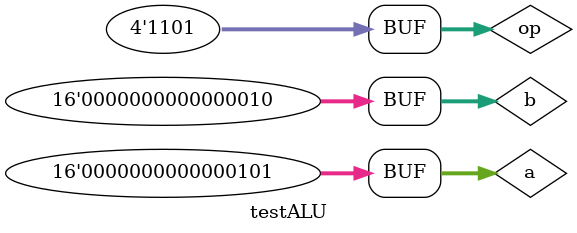
<source format=v>

module ALU (op,a,b,result,zero);
   input [15:0] a;
   input [15:0] b;
   input [3:0] op;
   output [15:0] result;
   output zero;
   //module ALU1 (a,b,ainvert,binvert,op,less,carryin,carryout,result);
   ALU1   alu0 (a[0],b[0],op[3],op[2],op[1:0],set, op[2],c1,result[0]);
   ALU1   alu1 (a[1],b[1],op[3],op[2],op[1:0],1'b0,c1,   c2,result[1]);
   ALU1   alu2 (a[2],b[2],op[3],op[2],op[1:0],1'b0,c2,   c3,result[2]);
   ALU1   alu3 (a[3],b[3],op[3],op[2],op[1:0],1'b0,c3,   c4,result[3]);
   ALU1   alu4 (a[4],b[4],op[3],op[2],op[1:0],1'b0,c4,   c5,result[4]);
   ALU1   alu5 (a[5],b[5],op[3],op[2],op[1:0],1'b0,c5,   c6,result[5]);
   ALU1   alu6 (a[6],b[6],op[3],op[2],op[1:0],1'b0,c6,   c7,result[6]);
   ALU1   alu7 (a[7],b[7],op[3],op[2],op[1:0],1'b0,c7,   c8,result[7]);
   ALU1   alu8 (a[8],b[8],op[3],op[2],op[1:0],1'b0,c8,   c9,result[8]);
   ALU1   alu9 (a[9],b[9],op[3],op[2],op[1:0],1'b0,c9,   c10,result[9]);
   ALU1   alu10 (a[10],b[10],op[3],op[2],op[1:0],1'b0,c10,   c11,result[10]);
   ALU1   alu11 (a[11],b[11],op[3],op[2],op[1:0],1'b0,c11,   c12,result[11]);
   ALU1   alu12 (a[12],b[12],op[3],op[2],op[1:0],1'b0,c12,   c13,result[12]);
   ALU1   alu13 (a[13],b[13],op[3],op[2],op[1:0],1'b0,c13,   c14,result[13]);
   ALU1   alu14 (a[14],b[14],op[3],op[2],op[1:0],1'b0,c14,   c15,result[14]);
   ALUmsb alu15 (a[15],b[15],op[3],op[2],op[1:0],1'b0,c15,   c16,result[15],set);
   nor nor1(zero, result[0],result[1],result[2],result[3]);
endmodule

// 4-bit multiplexer for choice of operation
module MUX4x1(out, a, b, c, d, op);

    output out;
    input a, b, c, d;
    input [1:0] op;

    not (nop0, op[0]), (nop1, op[1]);
    and (T1, a, nop1, nop0), (T2, b, nop1, op[0]),(T3, c, op[1], nop0), (T4, d, op[1], op[0]);
    or (out, T1, T2, T3, T4);
endmodule

//2-bit multiplexer for a-invert and b-invert
module MUX2x1(Y, D0, D1, op); 

output Y;
input D0, D1, op;
wire T1, T2, nOp;

and (T1, D1, op), (T2, D0, nOp);
not (nOp, op);
or (Y, T1, T2);

endmodule

// half adder
module HalfAdder(sum, carry, x, y);
    input x, y;
    output sum, carry;

    xor xGate1(sum, x, y); //logic for sum
    and aGate1(carry, x, y); // logic for carry

endmodule

// full adder
module FullAdder(sum, carry, x, y, carryIn);
    input x, y, carryIn;
    output sum, carry;

    HalfAdder Ha1(sum1, carry1, x, y), Ha2(sum, carry2, sum1, carryIn);
    or Or1(carry,carry1,carry2);
endmodule


// 1-bit ALU for bits 0-2
module ALU1 (a,b,ainvert,binvert,op,less,carryin,carryout,result);
   input a,b,less,carryin,ainvert,binvert;
   input [1:0] op;
   output carryout,result;
   
   not negateA(aNot,a);
   not negateB(bNot,b);
   MUX2x1 aInvert(aMuxOutput,a,aNot,ainvert);
   MUX2x1 bInvert(bMuxOutput,b,bNot,binvert);
   and and1(andOutput,aMuxOutput,bMuxOutput);
   or or1(orOutput,aMuxOutput,bMuxOutput);
   FullAdder fa1(sum,carryout,aMuxOutput,bMuxOutput,carryin);
   MUX4x1 opMUX(result,andOutput,orOutput,sum,less,op[1:0]);
  
   //change this part
   /*assign a_inv = ~a;	
   assign a1 = ainvert? a_inv: a;
   assign b_inv = ~b;	
   assign b1 = binvert? b_inv: b; 
   assign a_and_b = a1 && b1;
   assign a_or_b = a1 || b1;
   assign {carryout,sum} = a + b1 + carryin;
   always @ (a_and_b,a_or_b,sum,less,op) 
       case (op) 
          2'b00: result = a_and_b;
          2'b01: result = a_or_b;
          2'b10: result = sum;
          2'b11: result = less;
       endcase
       //end change here*/
endmodule

// 1-bit ALU for the most significant bit
module ALUmsb (a,b,ainvert,binvert,op,less,carryin,carryout,result,sum);
   input a,b,less,carryin,ainvert,binvert;
   input [1:0] op;
   output carryout,result,sum;
   
   not negateA(aNot,a);
   not negateB(bNot,b);
   MUX2x1 aInvert(aMuxOutput,a,aNot,ainvert);
   MUX2x1 bInvert(bMuxOutput,b,bNot,binvert);
   and and1(andOutput,aMuxOutput,bMuxOutput);
   or or1(orOutput,aMuxOutput,bMuxOutput);
   FullAdder fa1(sum,carryout,aMuxOutput,bMuxOutput,carryin);
   MUX4x1 opMUX(result,andOutput,orOutput,sum,less,op[1:0]);
   /*//change code below
   assign a_inv = ~a;
   assign a1 = ainvert? a_inv: a; 
   assign b_inv = ~b;
   assign b1 = binvert? b_inv: b; 
   assign a_and_b = a1 && b1;
   assign a_or_b = a1 || b1;
   assign {carryout,sum} = a + b1 + carryin;
   always @ (a_and_b,a_or_b,sum,less,op) 
       case (op) 
          2'b00: result = a_and_b;
          2'b01: result = a_or_b;
          2'b10: result = sum;
          2'b11: result = less;
       endcase 
       //end change here*/
endmodule

// Test Module 
module testALU;
   reg signed [15:0] a;
   reg signed [15:0] b;
   reg [3:0] op;
   wire signed [15:0] result;
   wire zero;
   ALU alu (op,a,b,result,zero);
   initial begin
    $display("op        a                       b                           result              zero");
    $monitor ("%b %b  (%d) %b (%d) %b (%d) %b",op,a,a,b,b,result,result,zero);
       op = 4'b0000; a = 16'b0000000000000111; b = 16'b0000000000000001;  // AND
	#1 op = 4'b0001; a = 16'b0000000000000101; b = 16'b0000000000000010;  // OR
	#1 op = 4'b0010; a = 16'b0000000000000100; b = 16'b0000000000000010;  // ADD
	#1 op = 4'b0010; a = 16'b0110001000000111; b = 16'b0100000100000001;  // ADD
	#1 op = 4'b0110; a = 16'b0000000000100101; b = 16'b0000000000100011;  // SUB
	#1 op = 4'b0110; a = 16'b1000000000001111; b = 16'b0000000000000001;  // SUB
	#1 op = 4'b0111; a = 16'b0000000000000101; b = 16'b0000000000000001;  // SLT
	#1 op = 4'b0111; a = 16'b0000000000001110; b = 16'b0000000000001111;  // SLT
	#1 op = 4'b1100; a = 16'b0000000000000101; b = 16'b0000000000000010;  // NOR
	#1 op = 4'b1101; a = 16'b0000000000000101; b = 16'b0000000000000010;  // NAND
   end
endmodule

/* Output
op   a        b        result   zero
0000 0111( 7) 0001( 1) 0001( 1) 0
0001 0101( 5) 0010( 2) 0111( 7) 0
0010 0100( 4) 0010( 2) 0110( 6) 0
0010 0111( 7) 0001( 1) 1000(-8) 0
0110 0101( 5) 0011( 3) 0010( 2) 0
0110 1111(-1) 0001( 1) 1110(-2) 0
0111 0101( 5) 0001( 1) 0000( 0) 1
0111 1110(-2) 1111(-1) 0001( 1) 0
1100 0101( 5) 0010( 2) 1000(-8) 0
1101 0101( 5) 0010( 2) 1111(-1) 0
*/
</source>
